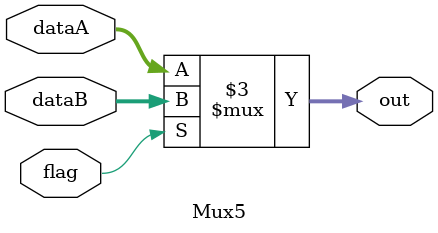
<source format=v>
module Mux5(flag, dataA, dataB, out);

	input flag;
	input[4:0] dataA, dataB;
	output reg[4:0] out;
	
	always@(*)
	begin
		if(flag)
				out = dataB;
		else
				out = dataA;
	end
			
endmodule 
</source>
